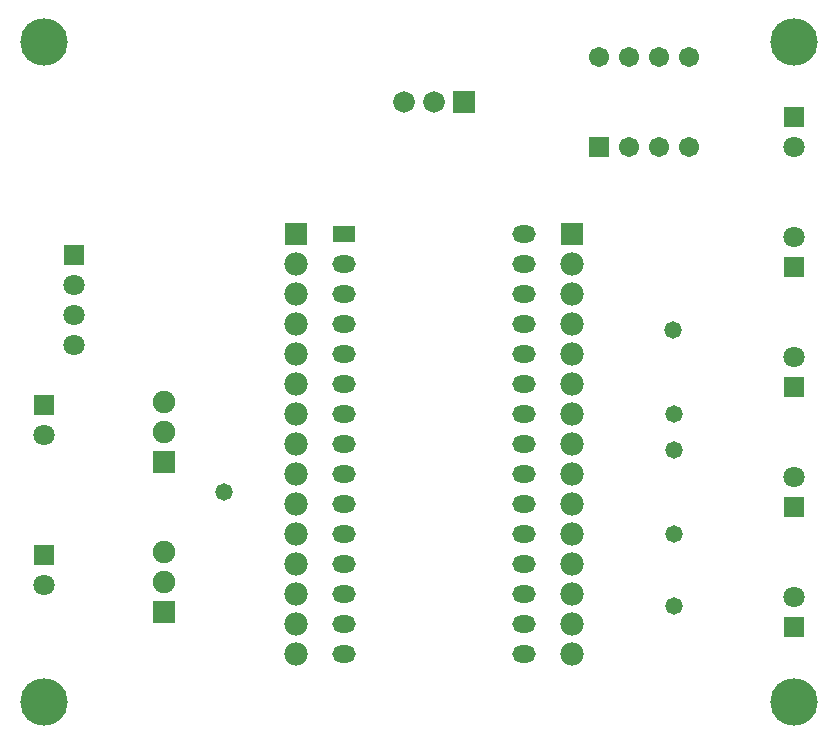
<source format=gbs>
G04 Layer_Color=8150272*
%FSLAX25Y25*%
%MOIN*%
G70*
G01*
G75*
%ADD46R,0.07099X0.07099*%
%ADD47C,0.07099*%
%ADD48C,0.07200*%
%ADD49R,0.07200X0.07200*%
%ADD50R,0.06706X0.06706*%
%ADD51C,0.06706*%
%ADD52C,0.15800*%
%ADD53R,0.07493X0.07493*%
%ADD54C,0.07493*%
%ADD55R,0.07800X0.07800*%
%ADD56C,0.07800*%
%ADD57O,0.07800X0.05800*%
%ADD58R,0.07800X0.05800*%
%ADD59C,0.05800*%
D46*
X420000Y365000D02*
D03*
Y415000D02*
D03*
X170000Y319000D02*
D03*
X180000Y369000D02*
D03*
X420000Y245000D02*
D03*
X170000Y269000D02*
D03*
X420000Y285000D02*
D03*
Y325000D02*
D03*
D47*
Y375000D02*
D03*
Y405000D02*
D03*
X170000Y309000D02*
D03*
X180000Y339000D02*
D03*
Y349000D02*
D03*
Y359000D02*
D03*
X420000Y255000D02*
D03*
X170000Y259000D02*
D03*
X420000Y295000D02*
D03*
Y335000D02*
D03*
D48*
X290000Y420000D02*
D03*
X300000D02*
D03*
D49*
X310000D02*
D03*
D50*
X355000Y405000D02*
D03*
D51*
X365000D02*
D03*
X375000D02*
D03*
X385000D02*
D03*
X355000Y435000D02*
D03*
X365000D02*
D03*
X375000D02*
D03*
X385000D02*
D03*
D52*
X420000Y220000D02*
D03*
X170000D02*
D03*
X420000Y440000D02*
D03*
X170000D02*
D03*
D53*
X210000Y300000D02*
D03*
Y250000D02*
D03*
D54*
Y310000D02*
D03*
Y320000D02*
D03*
Y260000D02*
D03*
Y270000D02*
D03*
D55*
X254000Y376000D02*
D03*
X346000D02*
D03*
D56*
X254000Y366000D02*
D03*
Y356000D02*
D03*
Y346000D02*
D03*
Y336000D02*
D03*
Y326000D02*
D03*
Y316000D02*
D03*
Y306000D02*
D03*
Y296000D02*
D03*
Y286000D02*
D03*
Y276000D02*
D03*
Y266000D02*
D03*
Y256000D02*
D03*
Y246000D02*
D03*
Y236000D02*
D03*
X346000Y366000D02*
D03*
Y356000D02*
D03*
Y346000D02*
D03*
Y336000D02*
D03*
Y326000D02*
D03*
Y316000D02*
D03*
Y306000D02*
D03*
Y296000D02*
D03*
Y286000D02*
D03*
Y276000D02*
D03*
Y266000D02*
D03*
Y256000D02*
D03*
Y246000D02*
D03*
Y236000D02*
D03*
D57*
X330000D02*
D03*
Y246000D02*
D03*
Y256000D02*
D03*
Y266000D02*
D03*
Y276000D02*
D03*
Y286000D02*
D03*
Y296000D02*
D03*
Y306000D02*
D03*
Y316000D02*
D03*
Y326000D02*
D03*
Y336000D02*
D03*
Y346000D02*
D03*
Y356000D02*
D03*
Y366000D02*
D03*
Y376000D02*
D03*
X270000Y236000D02*
D03*
Y246000D02*
D03*
Y256000D02*
D03*
Y266000D02*
D03*
Y276000D02*
D03*
Y286000D02*
D03*
Y296000D02*
D03*
Y306000D02*
D03*
Y316000D02*
D03*
Y326000D02*
D03*
Y336000D02*
D03*
Y346000D02*
D03*
Y356000D02*
D03*
Y366000D02*
D03*
D58*
Y376000D02*
D03*
D59*
X379705Y343705D02*
D03*
X380000Y316000D02*
D03*
Y252000D02*
D03*
Y276000D02*
D03*
Y304000D02*
D03*
X230000Y290000D02*
D03*
M02*

</source>
